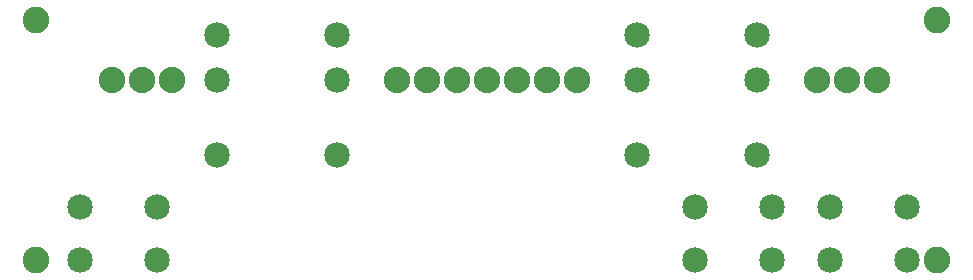
<source format=gts>
G04 MADE WITH FRITZING*
G04 WWW.FRITZING.ORG*
G04 DOUBLE SIDED*
G04 HOLES PLATED*
G04 CONTOUR ON CENTER OF CONTOUR VECTOR*
%ASAXBY*%
%FSLAX23Y23*%
%MOIN*%
%OFA0B0*%
%SFA1.0B1.0*%
%ADD10C,0.088740*%
%ADD11C,0.085000*%
%ADD12C,0.088000*%
%LNMASK1*%
G90*
G70*
G54D10*
X70Y884D03*
X3071Y84D03*
X70Y84D03*
X3071Y884D03*
G54D11*
X2071Y834D03*
X2471Y834D03*
G54D12*
X2871Y684D03*
X2771Y684D03*
X2671Y684D03*
X521Y684D03*
X421Y684D03*
X321Y684D03*
X1871Y684D03*
X1771Y684D03*
X1671Y684D03*
X1571Y684D03*
X1471Y684D03*
X1371Y684D03*
X1271Y684D03*
G54D11*
X471Y84D03*
X215Y84D03*
X471Y262D03*
X215Y262D03*
X2521Y84D03*
X2265Y84D03*
X2521Y262D03*
X2265Y262D03*
X2971Y84D03*
X2715Y84D03*
X2971Y262D03*
X2715Y262D03*
X671Y684D03*
X1071Y684D03*
X671Y834D03*
X1071Y834D03*
X671Y434D03*
X1071Y434D03*
X2071Y434D03*
X2471Y434D03*
X2071Y684D03*
X2471Y684D03*
G04 End of Mask1*
M02*
</source>
